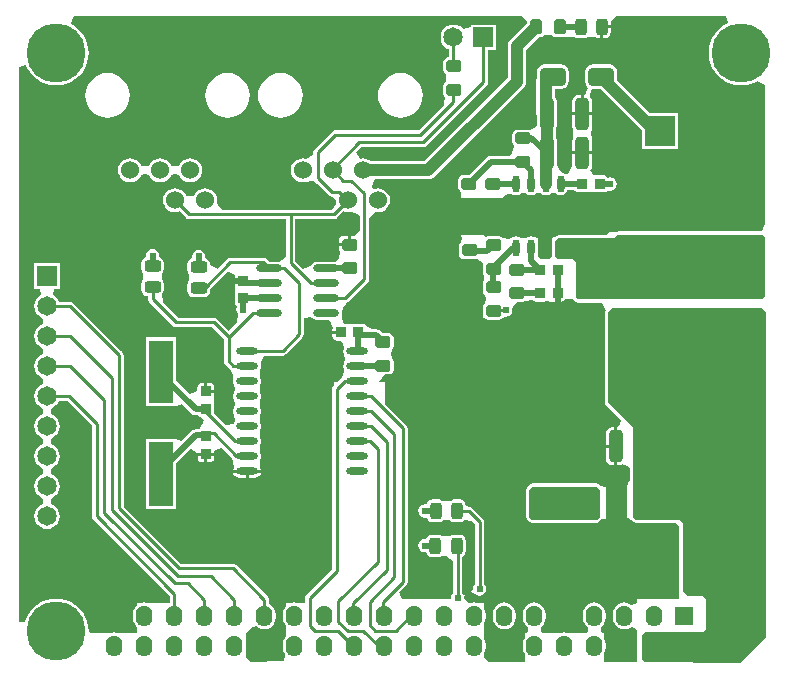
<source format=gtl>
G04*
G04 #@! TF.GenerationSoftware,Altium Limited,Altium Designer,18.0.12 (696)*
G04*
G04 Layer_Physical_Order=1*
G04 Layer_Color=255*
%FSLAX44Y44*%
%MOMM*%
G71*
G01*
G75*
%ADD12C,0.2540*%
G04:AMPARAMS|DCode=18|XSize=2.7mm|YSize=1.15mm|CornerRadius=0.2875mm|HoleSize=0mm|Usage=FLASHONLY|Rotation=0.000|XOffset=0mm|YOffset=0mm|HoleType=Round|Shape=RoundedRectangle|*
%AMROUNDEDRECTD18*
21,1,2.7000,0.5750,0,0,0.0*
21,1,2.1250,1.1500,0,0,0.0*
1,1,0.5750,1.0625,-0.2875*
1,1,0.5750,-1.0625,-0.2875*
1,1,0.5750,-1.0625,0.2875*
1,1,0.5750,1.0625,0.2875*
%
%ADD18ROUNDEDRECTD18*%
%ADD19R,3.5000X2.1500*%
%ADD20R,1.1000X2.1500*%
%ADD21R,1.1000X2.1500*%
%ADD22O,2.2000X0.6000*%
%ADD23O,1.8500X0.6000*%
G04:AMPARAMS|DCode=24|XSize=1.27mm|YSize=0.95mm|CornerRadius=0.1425mm|HoleSize=0mm|Usage=FLASHONLY|Rotation=0.000|XOffset=0mm|YOffset=0mm|HoleType=Round|Shape=RoundedRectangle|*
%AMROUNDEDRECTD24*
21,1,1.2700,0.6650,0,0,0.0*
21,1,0.9850,0.9500,0,0,0.0*
1,1,0.2850,0.4925,-0.3325*
1,1,0.2850,-0.4925,-0.3325*
1,1,0.2850,-0.4925,0.3325*
1,1,0.2850,0.4925,0.3325*
%
%ADD24ROUNDEDRECTD24*%
%ADD25R,2.0320X5.4610*%
%ADD26R,2.0320X5.3340*%
G04:AMPARAMS|DCode=27|XSize=1.4mm|YSize=1mm|CornerRadius=0.25mm|HoleSize=0mm|Usage=FLASHONLY|Rotation=270.000|XOffset=0mm|YOffset=0mm|HoleType=Round|Shape=RoundedRectangle|*
%AMROUNDEDRECTD27*
21,1,1.4000,0.5000,0,0,270.0*
21,1,0.9000,1.0000,0,0,270.0*
1,1,0.5000,-0.2500,-0.4500*
1,1,0.5000,-0.2500,0.4500*
1,1,0.5000,0.2500,0.4500*
1,1,0.5000,0.2500,-0.4500*
%
%ADD27ROUNDEDRECTD27*%
G04:AMPARAMS|DCode=28|XSize=1.4mm|YSize=1mm|CornerRadius=0.25mm|HoleSize=0mm|Usage=FLASHONLY|Rotation=180.000|XOffset=0mm|YOffset=0mm|HoleType=Round|Shape=RoundedRectangle|*
%AMROUNDEDRECTD28*
21,1,1.4000,0.5000,0,0,180.0*
21,1,0.9000,1.0000,0,0,180.0*
1,1,0.5000,-0.4500,0.2500*
1,1,0.5000,0.4500,0.2500*
1,1,0.5000,0.4500,-0.2500*
1,1,0.5000,-0.4500,-0.2500*
%
%ADD28ROUNDEDRECTD28*%
G04:AMPARAMS|DCode=29|XSize=12mm|YSize=4mm|CornerRadius=1mm|HoleSize=0mm|Usage=FLASHONLY|Rotation=0.000|XOffset=0mm|YOffset=0mm|HoleType=Round|Shape=RoundedRectangle|*
%AMROUNDEDRECTD29*
21,1,12.0000,2.0000,0,0,0.0*
21,1,10.0000,4.0000,0,0,0.0*
1,1,2.0000,5.0000,-1.0000*
1,1,2.0000,-5.0000,-1.0000*
1,1,2.0000,-5.0000,1.0000*
1,1,2.0000,5.0000,1.0000*
%
%ADD29ROUNDEDRECTD29*%
%ADD30R,12.0000X1.9050*%
%ADD31O,0.6000X1.4500*%
G04:AMPARAMS|DCode=32|XSize=2.2mm|YSize=1.55mm|CornerRadius=0.3875mm|HoleSize=0mm|Usage=FLASHONLY|Rotation=0.000|XOffset=0mm|YOffset=0mm|HoleType=Round|Shape=RoundedRectangle|*
%AMROUNDEDRECTD32*
21,1,2.2000,0.7750,0,0,0.0*
21,1,1.4250,1.5500,0,0,0.0*
1,1,0.7750,0.7125,-0.3875*
1,1,0.7750,-0.7125,-0.3875*
1,1,0.7750,-0.7125,0.3875*
1,1,0.7750,0.7125,0.3875*
%
%ADD32ROUNDEDRECTD32*%
G04:AMPARAMS|DCode=33|XSize=2.7mm|YSize=1.15mm|CornerRadius=0.2875mm|HoleSize=0mm|Usage=FLASHONLY|Rotation=270.000|XOffset=0mm|YOffset=0mm|HoleType=Round|Shape=RoundedRectangle|*
%AMROUNDEDRECTD33*
21,1,2.7000,0.5750,0,0,270.0*
21,1,2.1250,1.1500,0,0,270.0*
1,1,0.5750,-0.2875,-1.0625*
1,1,0.5750,-0.2875,1.0625*
1,1,0.5750,0.2875,1.0625*
1,1,0.5750,0.2875,-1.0625*
%
%ADD33ROUNDEDRECTD33*%
G04:AMPARAMS|DCode=34|XSize=0.9mm|YSize=0.9mm|CornerRadius=0.135mm|HoleSize=0mm|Usage=FLASHONLY|Rotation=90.000|XOffset=0mm|YOffset=0mm|HoleType=Round|Shape=RoundedRectangle|*
%AMROUNDEDRECTD34*
21,1,0.9000,0.6300,0,0,90.0*
21,1,0.6300,0.9000,0,0,90.0*
1,1,0.2700,0.3150,0.3150*
1,1,0.2700,0.3150,-0.3150*
1,1,0.2700,-0.3150,-0.3150*
1,1,0.2700,-0.3150,0.3150*
%
%ADD34ROUNDEDRECTD34*%
G04:AMPARAMS|DCode=35|XSize=0.9mm|YSize=0.9mm|CornerRadius=0.135mm|HoleSize=0mm|Usage=FLASHONLY|Rotation=180.000|XOffset=0mm|YOffset=0mm|HoleType=Round|Shape=RoundedRectangle|*
%AMROUNDEDRECTD35*
21,1,0.9000,0.6300,0,0,180.0*
21,1,0.6300,0.9000,0,0,180.0*
1,1,0.2700,-0.3150,0.3150*
1,1,0.2700,0.3150,0.3150*
1,1,0.2700,0.3150,-0.3150*
1,1,0.2700,-0.3150,-0.3150*
%
%ADD35ROUNDEDRECTD35*%
G04:AMPARAMS|DCode=36|XSize=1.27mm|YSize=0.95mm|CornerRadius=0.1425mm|HoleSize=0mm|Usage=FLASHONLY|Rotation=270.000|XOffset=0mm|YOffset=0mm|HoleType=Round|Shape=RoundedRectangle|*
%AMROUNDEDRECTD36*
21,1,1.2700,0.6650,0,0,270.0*
21,1,0.9850,0.9500,0,0,270.0*
1,1,0.2850,-0.3325,-0.4925*
1,1,0.2850,-0.3325,0.4925*
1,1,0.2850,0.3325,0.4925*
1,1,0.2850,0.3325,-0.4925*
%
%ADD36ROUNDEDRECTD36*%
G04:AMPARAMS|DCode=37|XSize=2.2mm|YSize=1.55mm|CornerRadius=0.3875mm|HoleSize=0mm|Usage=FLASHONLY|Rotation=90.000|XOffset=0mm|YOffset=0mm|HoleType=Round|Shape=RoundedRectangle|*
%AMROUNDEDRECTD37*
21,1,2.2000,0.7750,0,0,90.0*
21,1,1.4250,1.5500,0,0,90.0*
1,1,0.7750,0.3875,0.7125*
1,1,0.7750,0.3875,-0.7125*
1,1,0.7750,-0.3875,-0.7125*
1,1,0.7750,-0.3875,0.7125*
%
%ADD37ROUNDEDRECTD37*%
%ADD69C,0.5080*%
%ADD70C,1.0160*%
%ADD71C,1.5240*%
%ADD72R,2.5400X2.5400*%
%ADD73R,3.1000X2.4000*%
%ADD74O,1.3970X1.7780*%
%ADD75R,1.5000X1.5000*%
%ADD76R,1.6510X1.6510*%
%ADD77C,1.6510*%
%ADD78R,1.6510X1.6510*%
%ADD79C,5.0000*%
%ADD80C,1.2700*%
%ADD81C,0.6096*%
G36*
X860669Y807174D02*
X859558Y806714D01*
X855862Y804449D01*
X852566Y801634D01*
X849751Y798338D01*
X847486Y794641D01*
X845827Y790637D01*
X844815Y786422D01*
X844475Y782100D01*
X844815Y777778D01*
X845827Y773563D01*
X847486Y769558D01*
X849751Y765862D01*
X852566Y762566D01*
X855862Y759751D01*
X859558Y757486D01*
X863563Y755827D01*
X867778Y754815D01*
X872100Y754475D01*
X876422Y754815D01*
X880637Y755827D01*
X884641Y757486D01*
X885698Y758133D01*
X891940Y754932D01*
X892048Y754788D01*
Y636725D01*
X889762Y630732D01*
X767588D01*
X766597Y630535D01*
X765757Y629973D01*
X759714Y630043D01*
Y629920D01*
X757174Y627380D01*
X716538D01*
X715797Y627233D01*
X711708Y625377D01*
Y609600D01*
X709168Y607060D01*
X702818D01*
X700278Y609600D01*
Y625220D01*
X696353Y625957D01*
X696090Y626108D01*
X696090Y626109D01*
X693929Y626538D01*
X693928Y626539D01*
X691766Y626109D01*
X691554Y625967D01*
X691554D01*
X689657Y624884D01*
X685499D01*
X683602Y625967D01*
X683390Y626109D01*
X681228Y626539D01*
X679066Y626109D01*
X677234Y624884D01*
X675478Y624694D01*
X670595Y625164D01*
X670413Y625235D01*
X670216Y625530D01*
X668904Y626406D01*
X667357Y626714D01*
X657507D01*
X656040Y626422D01*
X654616Y627380D01*
X635047D01*
X635322Y624840D01*
X634954Y621442D01*
X634328Y621024D01*
X633452Y619712D01*
X633144Y618165D01*
Y611515D01*
X633452Y609968D01*
X634328Y608656D01*
X635640Y607780D01*
X637187Y607472D01*
X647037D01*
X648504Y607764D01*
X652502Y605073D01*
X652592Y604973D01*
X653541Y603056D01*
X653464Y602671D01*
Y596021D01*
X653772Y594474D01*
X654648Y592919D01*
Y589959D01*
X653772Y588404D01*
X653464Y586857D01*
Y580207D01*
X653772Y578660D01*
X654648Y577348D01*
X655275Y576930D01*
X655642Y573532D01*
X655275Y570134D01*
X654648Y569716D01*
X653772Y568404D01*
X653464Y566857D01*
Y560207D01*
X653772Y558660D01*
X654648Y557348D01*
X655960Y556472D01*
X657507Y556164D01*
X667357D01*
X668904Y556472D01*
X670216Y557348D01*
X671092Y558660D01*
X672667Y558346D01*
X672686Y558343D01*
X672686Y558343D01*
X674847Y558773D01*
X674866Y558776D01*
X674866Y558776D01*
X676715Y560011D01*
X677950Y561860D01*
X677950Y561860D01*
X677952Y561874D01*
X678383Y564040D01*
X678383Y564040D01*
X678380Y564057D01*
X678232Y564800D01*
X680755Y569405D01*
X682293Y571150D01*
X687169D01*
X688716Y571458D01*
X689391Y571909D01*
X695714Y572403D01*
X697000Y571544D01*
X698518Y571242D01*
X704359Y571242D01*
X704359Y571242D01*
X704818Y571242D01*
X706350Y571544D01*
X712646Y571414D01*
X713517Y571242D01*
X713518Y571242D01*
X713977Y571242D01*
X715398D01*
Y578358D01*
X717938D01*
Y571242D01*
X719818D01*
X721336Y571544D01*
X722623Y572403D01*
X723199Y573266D01*
X725968Y573851D01*
X729943Y573733D01*
X729943Y573733D01*
X732356Y571320D01*
X733196Y570758D01*
X734187Y570561D01*
X754514D01*
X757032Y565175D01*
X757221Y564211D01*
X756813Y563601D01*
X756616Y562610D01*
Y485902D01*
X756813Y484911D01*
X757375Y484071D01*
X770301Y471144D01*
X769436Y467875D01*
X767471Y464994D01*
X767068D01*
Y448848D01*
Y432702D01*
X768673D01*
X770786Y433122D01*
X771348Y433498D01*
X775769Y432053D01*
X777698Y430685D01*
Y420115D01*
X777515Y419629D01*
X777748Y419693D01*
X777364Y419228D01*
X775628Y414622D01*
X775208D01*
Y387810D01*
X776194Y387732D01*
X780803Y385205D01*
X780997Y385011D01*
X781837Y384449D01*
X782578Y384302D01*
X817118D01*
X819658Y381762D01*
Y364647D01*
Y319532D01*
X784098D01*
Y316971D01*
X782370Y315730D01*
X779018Y314736D01*
X777980Y315533D01*
X775663Y316493D01*
X773176Y316820D01*
X770689Y316493D01*
X768372Y315533D01*
X766383Y314006D01*
X764856Y312017D01*
X763896Y309699D01*
X763569Y307213D01*
Y303403D01*
X763896Y300917D01*
X764856Y298599D01*
X766383Y296610D01*
X768372Y295083D01*
X770689Y294123D01*
X773176Y293796D01*
X775663Y294123D01*
X777980Y295083D01*
X779018Y295880D01*
X782370Y294886D01*
X784098Y293645D01*
Y265858D01*
X755904D01*
Y272949D01*
X756096Y273199D01*
X757056Y275516D01*
X757383Y278003D01*
Y281813D01*
X757056Y284300D01*
X756096Y286617D01*
X755904Y286867D01*
Y290576D01*
X754710D01*
X753641Y292838D01*
X753326Y295656D01*
X754569Y296610D01*
X756096Y298599D01*
X757056Y300917D01*
X757383Y303403D01*
Y307213D01*
X757056Y309699D01*
X756096Y312017D01*
X754569Y314006D01*
X752580Y315533D01*
X750263Y316493D01*
X747776Y316820D01*
X745290Y316493D01*
X742972Y315533D01*
X740983Y314006D01*
X739456Y312017D01*
X738496Y309699D01*
X738169Y307213D01*
Y303403D01*
X738496Y300917D01*
X739456Y298599D01*
X740983Y296610D01*
X742225Y295656D01*
X741911Y292838D01*
X740842Y290576D01*
X726110D01*
X724863Y291093D01*
X722376Y291420D01*
X719890Y291093D01*
X718642Y290576D01*
X703910D01*
X702841Y292838D01*
X702526Y295656D01*
X703769Y296610D01*
X705296Y298599D01*
X706256Y300917D01*
X706583Y303403D01*
Y307213D01*
X706256Y309699D01*
X705296Y312017D01*
X703769Y314006D01*
X701780Y315533D01*
X699463Y316493D01*
X696976Y316820D01*
X694490Y316493D01*
X692172Y315533D01*
X690183Y314006D01*
X688656Y312017D01*
X687696Y309699D01*
X687369Y307213D01*
Y303403D01*
X687696Y300917D01*
X688656Y298599D01*
X690183Y296610D01*
X691425Y295656D01*
X691111Y292838D01*
X690042Y290576D01*
X688848D01*
Y286867D01*
X688656Y286617D01*
X687696Y284300D01*
X687369Y281813D01*
Y278003D01*
X687696Y275516D01*
X688656Y273199D01*
X688848Y272949D01*
Y265938D01*
X658154Y265867D01*
X654558Y269455D01*
Y273349D01*
X655456Y275516D01*
X655783Y278003D01*
Y281813D01*
X655456Y284300D01*
X654558Y286467D01*
Y298749D01*
X655456Y300917D01*
X655783Y303403D01*
Y307213D01*
X655456Y309699D01*
X654558Y311867D01*
Y316230D01*
X649297D01*
X648662Y316493D01*
X646176Y316820D01*
X643689Y316493D01*
X643055Y316230D01*
X641525D01*
X641057Y316490D01*
X637649Y320802D01*
X637588Y321109D01*
X638547Y322666D01*
X637256Y322781D01*
X637216Y322982D01*
X635981Y324831D01*
X635837Y324927D01*
Y355459D01*
X637180Y356356D01*
X638294Y358023D01*
X638685Y359990D01*
Y368990D01*
X638294Y370956D01*
X637180Y372624D01*
X635513Y373738D01*
X633546Y374129D01*
X628546D01*
X626580Y373738D01*
X625827Y373235D01*
X624343Y372624D01*
X619749D01*
X618265Y373235D01*
X617513Y373738D01*
X615546Y374129D01*
X610546D01*
X608579Y373738D01*
X606912Y372624D01*
X605798Y370956D01*
X604266Y370442D01*
X604266D01*
X604266Y370441D01*
X602086Y370008D01*
X600237Y368773D01*
X599002Y366924D01*
X599002Y366924D01*
X598999Y366907D01*
X598568Y364744D01*
X599002Y362564D01*
X600237Y360715D01*
X602086Y359480D01*
X604266Y359047D01*
X605544Y359301D01*
X605798Y358023D01*
X606912Y356356D01*
X608579Y355242D01*
X610546Y354851D01*
X615546D01*
X617513Y355242D01*
X618265Y355745D01*
X619749Y356356D01*
X622301D01*
X628067Y351549D01*
Y324927D01*
X627923Y324831D01*
X626688Y322982D01*
X626255Y320802D01*
X625212Y319532D01*
X585036D01*
X582606Y325399D01*
X588471Y331263D01*
X589313Y332523D01*
X589609Y334010D01*
Y464058D01*
X589313Y465545D01*
X588471Y466805D01*
X570230Y485046D01*
Y503174D01*
X565512D01*
X565463Y503332D01*
X570125Y509682D01*
X573885D01*
X575432Y509990D01*
X576744Y510866D01*
X577620Y512178D01*
X577928Y513725D01*
Y520375D01*
X577620Y521922D01*
X576744Y523234D01*
X576118Y523652D01*
X575750Y527050D01*
X576118Y530448D01*
X576744Y530866D01*
X577620Y532178D01*
X577928Y533725D01*
Y540375D01*
X577620Y541922D01*
X576744Y543234D01*
X575432Y544110D01*
X573885Y544418D01*
X568917D01*
X566875Y546460D01*
X565194Y547583D01*
X563212Y547977D01*
X562122D01*
X561996Y548062D01*
X559816Y548495D01*
X555743Y549728D01*
X553966Y551292D01*
X552680Y552152D01*
X551162Y552454D01*
X545321D01*
X544862Y552454D01*
X544861Y552454D01*
X543330Y552152D01*
X537694D01*
X536196Y552448D01*
X535044Y553993D01*
X533791Y557632D01*
X533762Y559580D01*
X533762Y559580D01*
X534131Y561434D01*
X534779Y566421D01*
X534890Y566631D01*
X537249Y569353D01*
X537855Y569934D01*
X539543Y571387D01*
X540679Y572523D01*
X555713Y587557D01*
X556555Y588817D01*
X556851Y590304D01*
Y642335D01*
X559101Y644564D01*
X563201Y646990D01*
X564396Y646832D01*
X567048Y647181D01*
X569520Y648205D01*
X571642Y649834D01*
X573271Y651956D01*
X574295Y654428D01*
X574644Y657080D01*
X574295Y659732D01*
X573271Y662204D01*
X571642Y664326D01*
X569520Y665955D01*
X567048Y666979D01*
X564396Y667328D01*
X561744Y666979D01*
X561349Y666815D01*
X559641Y668130D01*
X559444Y668513D01*
X559382Y668879D01*
X561016Y673678D01*
X562073Y674794D01*
X607042D01*
X609031Y675056D01*
X610885Y675824D01*
X612477Y677045D01*
X687679Y752247D01*
X688900Y753839D01*
X689668Y755693D01*
X689799Y756687D01*
X689930Y757682D01*
X689930Y757682D01*
Y784564D01*
X700562Y795196D01*
X701985D01*
X703532Y795504D01*
X704844Y796380D01*
X705262Y797007D01*
X708660Y797374D01*
X712058Y797007D01*
X712476Y796380D01*
X713788Y795504D01*
X715335Y795196D01*
X721985D01*
X723532Y795504D01*
X729518Y795762D01*
X730987Y795015D01*
X731516Y794662D01*
X733482Y794271D01*
X738482D01*
X740449Y794662D01*
X741201Y795165D01*
X742685Y795776D01*
X747279D01*
X748763Y795165D01*
X749516Y794662D01*
X751482Y794271D01*
X752712D01*
Y803910D01*
X753982D01*
Y805180D01*
X761621D01*
Y808410D01*
X765876Y812998D01*
X766608Y813411D01*
X859402Y813523D01*
X860669Y807174D01*
D02*
G37*
G36*
X686583Y813102D02*
X687507Y812314D01*
X690297Y808888D01*
X690596Y806969D01*
X676809Y793183D01*
X675588Y791591D01*
X674820Y789737D01*
X674558Y787748D01*
Y760866D01*
X603858Y690166D01*
X558369D01*
X556820Y691355D01*
X554348Y692378D01*
X551696Y692728D01*
X549044Y692378D01*
X545574Y697815D01*
X549995Y702235D01*
X602742D01*
X604229Y702531D01*
X605489Y703373D01*
X656543Y754427D01*
X657385Y755687D01*
X657681Y757174D01*
Y784225D01*
X664591D01*
Y805815D01*
X643001D01*
Y803815D01*
X636651Y801995D01*
X636095Y802719D01*
X633840Y804449D01*
X631214Y805537D01*
X628396Y805908D01*
X625578Y805537D01*
X622952Y804449D01*
X620697Y802719D01*
X618967Y800464D01*
X617879Y797838D01*
X617508Y795020D01*
X617879Y792202D01*
X618967Y789576D01*
X620697Y787321D01*
X622952Y785591D01*
X624511Y784945D01*
Y778098D01*
X623979D01*
X622432Y777790D01*
X621120Y776914D01*
X620244Y775602D01*
X619936Y774055D01*
Y767405D01*
X620244Y765858D01*
X621120Y764546D01*
X621746Y764128D01*
X622114Y760730D01*
X621746Y757332D01*
X621120Y756914D01*
X620244Y755602D01*
X619936Y754055D01*
Y747405D01*
X620244Y745858D01*
X621120Y744546D01*
X620579Y738351D01*
X620438Y737946D01*
X598847Y716355D01*
X528066D01*
X526579Y716059D01*
X525319Y715217D01*
X510841Y700739D01*
X509999Y699479D01*
X509703Y697992D01*
Y696441D01*
X509110Y695622D01*
X503573Y692393D01*
X503353Y692404D01*
X500896Y692728D01*
X498244Y692378D01*
X495772Y691355D01*
X493650Y689726D01*
X492021Y687604D01*
X490998Y685132D01*
X490648Y682480D01*
X490998Y679828D01*
X492021Y677356D01*
X493650Y675234D01*
X495772Y673605D01*
X498244Y672581D01*
X500896Y672232D01*
X503548Y672581D01*
X504163Y672836D01*
X506550Y673583D01*
X510349Y673422D01*
X512986Y671256D01*
X522779Y661463D01*
X524039Y660621D01*
X525526Y660325D01*
X528748Y657080D01*
X529098Y654428D01*
X529366Y653780D01*
X525458Y649045D01*
X432352D01*
X428946Y653249D01*
X428118Y655395D01*
X428340Y657080D01*
X427990Y659732D01*
X426967Y662204D01*
X425338Y664326D01*
X423216Y665955D01*
X420744Y666979D01*
X418092Y667328D01*
X415440Y666979D01*
X412968Y665955D01*
X410846Y664326D01*
X409217Y662204D01*
X408683Y660913D01*
X405873Y660369D01*
X404911D01*
X402101Y660913D01*
X401567Y662204D01*
X399938Y664326D01*
X397816Y665955D01*
X395344Y666979D01*
X392692Y667328D01*
X390040Y666979D01*
X387568Y665955D01*
X385446Y664326D01*
X383817Y662204D01*
X382794Y659732D01*
X382444Y657080D01*
X382794Y654428D01*
X383817Y651956D01*
X385446Y649834D01*
X387568Y648205D01*
X390040Y647181D01*
X392692Y646832D01*
X395344Y647181D01*
X396584Y647695D01*
X401865Y642413D01*
X403125Y641571D01*
X404612Y641275D01*
X486589D01*
Y609753D01*
X485643Y608554D01*
X480482Y605182D01*
X472327D01*
X470243Y607267D01*
X468983Y608109D01*
X467496Y608405D01*
X439420D01*
X437933Y608109D01*
X436673Y607267D01*
X428739Y599333D01*
X422389Y601963D01*
Y603320D01*
X421998Y605286D01*
X420884Y606954D01*
X419216Y608068D01*
X418184Y608273D01*
X418447Y609600D01*
X418014Y611780D01*
X416779Y613629D01*
X414930Y614864D01*
X412750Y615298D01*
X410570Y614864D01*
X408721Y613629D01*
X407486Y611780D01*
X407052Y609600D01*
X407317Y608273D01*
X406283Y608068D01*
X404616Y606954D01*
X403502Y605286D01*
X403111Y603320D01*
Y598320D01*
X403502Y596353D01*
X404005Y595601D01*
X404616Y594117D01*
Y589523D01*
X404005Y588039D01*
X403502Y587286D01*
X403111Y585320D01*
Y580320D01*
X403502Y578354D01*
X404616Y576686D01*
X406283Y575572D01*
X408250Y575181D01*
X417250D01*
X419216Y575572D01*
X420884Y576686D01*
X421998Y578354D01*
X422389Y580320D01*
Y581995D01*
X436660Y596266D01*
X437751Y596512D01*
X438301Y596345D01*
X443782Y593828D01*
X443480Y592310D01*
Y590430D01*
X450596D01*
Y587890D01*
X443480D01*
Y586469D01*
X443480Y586010D01*
X443480Y586009D01*
X443782Y584478D01*
Y578842D01*
X443480Y577311D01*
X443480Y577310D01*
X443480Y576851D01*
Y571010D01*
X443782Y569492D01*
X444641Y568205D01*
X445078Y566822D01*
X444645Y564642D01*
X445074Y562481D01*
X445078Y562462D01*
X445078Y562462D01*
X446313Y560613D01*
Y560613D01*
X445552Y553916D01*
X438150Y546514D01*
X428197Y556467D01*
X426937Y557309D01*
X425450Y557605D01*
X395309D01*
X382220Y570694D01*
X382146Y570891D01*
X381767Y577448D01*
X382881Y579115D01*
X383272Y581081D01*
Y586081D01*
X382881Y588048D01*
X382378Y588800D01*
X381767Y590285D01*
Y594878D01*
X382378Y596362D01*
X382881Y597115D01*
X383272Y599081D01*
Y604081D01*
X382881Y606048D01*
X381767Y607715D01*
X380100Y608829D01*
X379067Y609034D01*
X379331Y610361D01*
X378897Y612542D01*
X377662Y614390D01*
X375813Y615625D01*
X373633Y616059D01*
X371453Y615625D01*
X369604Y614390D01*
X368369Y612542D01*
X367936Y610361D01*
X368200Y609034D01*
X367167Y608829D01*
X365500Y607715D01*
X364386Y606048D01*
X363994Y604081D01*
Y599081D01*
X364386Y597115D01*
X364888Y596362D01*
X365499Y594878D01*
Y590285D01*
X364888Y588800D01*
X364386Y588048D01*
X363994Y586081D01*
Y581081D01*
X364386Y579115D01*
X365500Y577448D01*
X367167Y576334D01*
X369133Y575942D01*
X369748D01*
Y573787D01*
X370044Y572300D01*
X370886Y571040D01*
X390953Y550973D01*
X392213Y550131D01*
X393700Y549835D01*
X423841D01*
X434265Y539411D01*
Y520700D01*
X434561Y519213D01*
X435403Y517953D01*
X439147Y514210D01*
X439147Y514210D01*
X437171Y516185D01*
X439272Y513950D01*
X441419Y509512D01*
X439339Y513879D01*
X439339Y513879D01*
X441575Y509193D01*
X441578Y509183D01*
X441419Y509512D01*
X441581Y509171D01*
X441589Y509144D01*
X441731Y503936D01*
X442161Y501774D01*
Y501774D01*
X442313Y501511D01*
X443050Y497586D01*
X442313Y493661D01*
X442161Y493398D01*
X441731Y491236D01*
X442161Y489074D01*
X442313Y488811D01*
X443050Y484886D01*
X442313Y480961D01*
X442161Y480698D01*
X441731Y478536D01*
X442161Y476374D01*
X442313Y476111D01*
X443386Y470396D01*
Y470128D01*
X442452Y468503D01*
X441411Y467825D01*
X435619Y466495D01*
X425562Y476551D01*
X425708Y477284D01*
X425708Y483125D01*
X425708Y483125D01*
X425708Y483584D01*
X425406Y485116D01*
X425536Y491412D01*
X425708Y492283D01*
X425708Y492284D01*
X425708Y492743D01*
Y494164D01*
X418592D01*
Y495434D01*
X417322D01*
Y502550D01*
X415442D01*
X413924Y502248D01*
X412637Y501389D01*
X411778Y500102D01*
X411476Y498584D01*
Y495353D01*
X405126Y492723D01*
X393192Y504657D01*
Y541020D01*
X367792D01*
Y482600D01*
X393192D01*
Y482600D01*
X398430Y484770D01*
X406572Y476628D01*
X408252Y475505D01*
X410234Y475111D01*
X412216D01*
X412637Y474479D01*
X413924Y473620D01*
X414696Y473466D01*
X416204Y472032D01*
X416935Y470800D01*
X416481Y468475D01*
X414178Y464148D01*
X413088Y463419D01*
X410234D01*
X408252Y463025D01*
X406572Y461903D01*
X397981Y453312D01*
X393192Y455295D01*
Y455295D01*
X367792D01*
Y395605D01*
X393192D01*
Y433873D01*
X405591Y446272D01*
X406366Y446173D01*
X411391Y443604D01*
X418846D01*
X425962D01*
Y444754D01*
X427675Y446113D01*
X431996Y447701D01*
X440651Y439045D01*
X442090Y435529D01*
X442103Y435435D01*
X442298Y430548D01*
X442161Y429898D01*
X441984Y429006D01*
X453630D01*
X465276D01*
X465099Y429897D01*
X465099Y429898D01*
X465098Y429898D01*
X464947Y430161D01*
X464210Y434086D01*
X464947Y438011D01*
X465099Y438274D01*
X465529Y440436D01*
X465099Y442598D01*
X464947Y442861D01*
X464210Y446786D01*
X464947Y450711D01*
X465099Y450974D01*
X465529Y453136D01*
X465099Y455298D01*
X464947Y455561D01*
X464210Y459486D01*
X464947Y463411D01*
X465099Y463674D01*
X465529Y465836D01*
X465099Y467998D01*
X464947Y468261D01*
X464210Y472186D01*
X464947Y476111D01*
X465099Y476374D01*
X465529Y478536D01*
X465099Y480698D01*
X464947Y480961D01*
X464210Y484886D01*
X464947Y488811D01*
X465099Y489074D01*
X465529Y491236D01*
X465099Y493398D01*
X464947Y493661D01*
X464210Y497586D01*
X464947Y501511D01*
X465099Y501774D01*
X465529Y503936D01*
X465099Y506098D01*
X464947Y506361D01*
X464210Y510286D01*
X464947Y514211D01*
X465098Y514474D01*
X465099Y514474D01*
X465528Y516635D01*
X465529Y516636D01*
X465099Y518798D01*
X465094Y518804D01*
X465093Y520369D01*
X467754Y525705D01*
X483870D01*
X485357Y526001D01*
X486617Y526843D01*
X500587Y540813D01*
X501429Y542073D01*
X501725Y543560D01*
Y557002D01*
X501901Y557074D01*
X508075Y558058D01*
X508488Y557440D01*
X510320Y556215D01*
X512482Y555785D01*
X523004D01*
X523512Y555222D01*
X525929Y550527D01*
X526084Y549436D01*
X525896Y548488D01*
Y546608D01*
X533012D01*
Y544068D01*
X525896D01*
Y542188D01*
X526198Y540670D01*
X527057Y539384D01*
X528344Y538524D01*
X529862Y538222D01*
X533099D01*
X534115Y536908D01*
X535467Y533117D01*
X535540Y530888D01*
X535231Y529336D01*
X535232Y529335D01*
X535661Y527174D01*
X535662Y527174D01*
X535813Y526911D01*
X536550Y522986D01*
X535813Y519061D01*
X535662Y518798D01*
X535661Y518798D01*
X535232Y516637D01*
X535231Y516636D01*
X535661Y514474D01*
Y514474D01*
X535669Y514442D01*
X535672Y512814D01*
X535211Y509552D01*
X533848Y507035D01*
X533701Y506937D01*
X529938Y503174D01*
X527304D01*
Y500540D01*
X526843Y500079D01*
X526001Y498819D01*
X525705Y497332D01*
Y345017D01*
X503983Y323295D01*
X503141Y322035D01*
X502845Y320548D01*
Y319532D01*
Y316230D01*
X496897D01*
X496263Y316493D01*
X493776Y316820D01*
X491289Y316493D01*
X490655Y316230D01*
X486410D01*
Y313260D01*
X485456Y312017D01*
X484496Y309699D01*
X484169Y307213D01*
Y303403D01*
X484496Y300917D01*
X485456Y298599D01*
X486410Y297356D01*
Y287860D01*
X485456Y286617D01*
X484496Y284300D01*
X484169Y281813D01*
Y278003D01*
X484496Y275516D01*
X485456Y273199D01*
X485969Y272531D01*
X484887Y267416D01*
X456528Y266556D01*
X452882Y270094D01*
Y290068D01*
X456603Y294754D01*
X461583Y296610D01*
X463572Y295083D01*
X465890Y294123D01*
X468376Y293796D01*
X470863Y294123D01*
X473180Y295083D01*
X475169Y296610D01*
X476696Y298599D01*
X477656Y300917D01*
X477983Y303403D01*
Y307213D01*
X477656Y309699D01*
X476696Y312017D01*
X475169Y314006D01*
X473180Y315533D01*
X472261Y315914D01*
Y319024D01*
X471965Y320511D01*
X471565Y321109D01*
X471123Y321771D01*
X444707Y348187D01*
X443447Y349029D01*
X441960Y349325D01*
X397849D01*
X349325Y397849D01*
Y525780D01*
X349029Y527267D01*
X348187Y528527D01*
X347980Y528734D01*
Y529547D01*
X347325Y529389D01*
X306531Y570183D01*
X305271Y571025D01*
X303784Y571321D01*
X294301D01*
X293655Y572880D01*
X291925Y575135D01*
X289670Y576865D01*
X289439Y576961D01*
X290450Y582041D01*
X295021D01*
Y603631D01*
X273431D01*
Y582041D01*
X278002D01*
X279013Y576961D01*
X278782Y576865D01*
X276527Y575135D01*
X274797Y572880D01*
X273709Y570254D01*
X273338Y567436D01*
X273709Y564618D01*
X274797Y561992D01*
X276527Y559737D01*
X278782Y558007D01*
X280345Y557359D01*
X280617Y556130D01*
Y553342D01*
X280345Y552113D01*
X278782Y551465D01*
X276527Y549735D01*
X274797Y547480D01*
X273709Y544854D01*
X273338Y542036D01*
X273709Y539218D01*
X274797Y536592D01*
X276527Y534337D01*
X278782Y532607D01*
X280345Y531959D01*
X280617Y530730D01*
Y527942D01*
X280345Y526713D01*
X278782Y526065D01*
X276527Y524335D01*
X274797Y522080D01*
X273709Y519454D01*
X273338Y516636D01*
X273709Y513818D01*
X274797Y511192D01*
X276527Y508937D01*
X278782Y507207D01*
X280345Y506559D01*
X280617Y505330D01*
Y502542D01*
X280345Y501313D01*
X278782Y500665D01*
X276527Y498935D01*
X274797Y496680D01*
X273709Y494054D01*
X273338Y491236D01*
X273709Y488418D01*
X274797Y485792D01*
X276527Y483537D01*
X278782Y481807D01*
X280345Y481159D01*
X280617Y479930D01*
Y477142D01*
X280345Y475913D01*
X278782Y475265D01*
X276527Y473535D01*
X274797Y471280D01*
X273709Y468654D01*
X273338Y465836D01*
X273709Y463018D01*
X274797Y460392D01*
X276527Y458137D01*
X278782Y456407D01*
X280345Y455759D01*
X280617Y454530D01*
Y451742D01*
X280345Y450513D01*
X278782Y449865D01*
X276527Y448135D01*
X274797Y445880D01*
X273709Y443254D01*
X273338Y440436D01*
X273709Y437618D01*
X274797Y434992D01*
X276527Y432737D01*
X278782Y431007D01*
X280345Y430359D01*
X280617Y429130D01*
Y426342D01*
X280345Y425113D01*
X278782Y424465D01*
X276527Y422735D01*
X274797Y420480D01*
X273709Y417854D01*
X273338Y415036D01*
X273709Y412218D01*
X274797Y409592D01*
X276527Y407337D01*
X278782Y405607D01*
X280345Y404959D01*
X280617Y403730D01*
Y400942D01*
X280345Y399713D01*
X278782Y399065D01*
X276527Y397335D01*
X274797Y395080D01*
X273709Y392454D01*
X273338Y389636D01*
X273709Y386818D01*
X274797Y384192D01*
X276527Y381937D01*
X278782Y380207D01*
X281408Y379119D01*
X284226Y378748D01*
X287044Y379119D01*
X289670Y380207D01*
X291925Y381937D01*
X293655Y384192D01*
X294743Y386818D01*
X295114Y389636D01*
X294743Y392454D01*
X293655Y395080D01*
X291925Y397335D01*
X289670Y399065D01*
X288107Y399713D01*
X287835Y400942D01*
Y403730D01*
X288107Y404959D01*
X289670Y405607D01*
X291925Y407337D01*
X293655Y409592D01*
X294743Y412218D01*
X295114Y415036D01*
X294743Y417854D01*
X293655Y420480D01*
X291925Y422735D01*
X289670Y424465D01*
X288107Y425113D01*
X287835Y426342D01*
Y429130D01*
X288107Y430359D01*
X289670Y431007D01*
X291925Y432737D01*
X293655Y434992D01*
X294743Y437618D01*
X295114Y440436D01*
X294743Y443254D01*
X293655Y445880D01*
X291925Y448135D01*
X289670Y449865D01*
X288107Y450513D01*
X287835Y451742D01*
Y454530D01*
X288107Y455759D01*
X289670Y456407D01*
X291925Y458137D01*
X293655Y460392D01*
X294743Y463018D01*
X295114Y465836D01*
X294743Y468654D01*
X293655Y471280D01*
X291925Y473535D01*
X289670Y475265D01*
X288107Y475913D01*
X287835Y477142D01*
Y479930D01*
X288107Y481159D01*
X289670Y481807D01*
X291925Y483537D01*
X293655Y485792D01*
X294301Y487351D01*
X301667D01*
X322505Y466513D01*
Y389890D01*
X322801Y388403D01*
X323643Y387143D01*
X388291Y322495D01*
Y316230D01*
X369897D01*
X369263Y316493D01*
X366776Y316820D01*
X364290Y316493D01*
X363655Y316230D01*
X360680D01*
Y314541D01*
X359983Y314006D01*
X358456Y312017D01*
X357496Y309699D01*
X357169Y307213D01*
Y303403D01*
X357496Y300917D01*
X358456Y298599D01*
X359983Y296610D01*
X360680Y296075D01*
Y290576D01*
X345110D01*
X343862Y291093D01*
X341376Y291420D01*
X338890Y291093D01*
X337642Y290576D01*
X321134D01*
X319725Y292100D01*
X319385Y296422D01*
X318373Y300637D01*
X316714Y304642D01*
X314449Y308338D01*
X311634Y311634D01*
X308338Y314449D01*
X304642Y316714D01*
X300637Y318373D01*
X296422Y319385D01*
X292100Y319725D01*
X287778Y319385D01*
X283563Y318373D01*
X279558Y316714D01*
X275862Y314449D01*
X272566Y311634D01*
X269751Y308338D01*
X267486Y304642D01*
X265827Y300637D01*
X265607Y299720D01*
X260415D01*
Y619138D01*
Y770036D01*
X266765Y771299D01*
X267486Y769558D01*
X269751Y765862D01*
X272566Y762566D01*
X275862Y759751D01*
X279558Y757486D01*
X283563Y755827D01*
X287778Y754815D01*
X292100Y754475D01*
X296422Y754815D01*
X300637Y755827D01*
X304642Y757486D01*
X308338Y759751D01*
X311634Y762566D01*
X314449Y765862D01*
X316714Y769558D01*
X318373Y773563D01*
X319385Y777778D01*
X319725Y782100D01*
X319385Y786422D01*
X318373Y790637D01*
X316714Y794641D01*
X314449Y798338D01*
X311634Y801634D01*
X308338Y804449D01*
X304985Y806504D01*
X304820Y807165D01*
X307018Y812856D01*
X686151Y813314D01*
X686583Y813102D01*
D02*
G37*
G36*
X536344Y647181D02*
X538996Y646832D01*
X541648Y647181D01*
X542731Y647630D01*
X546986Y645781D01*
X549081Y644008D01*
Y632314D01*
X545437Y626968D01*
X541782D01*
Y619600D01*
X540512D01*
Y618330D01*
X531544D01*
Y616275D01*
X531852Y614728D01*
X532728Y613416D01*
X531172Y607451D01*
X528482Y605182D01*
X512482D01*
X510320Y604753D01*
X508488Y603528D01*
X507263Y601696D01*
X501437Y599232D01*
X500784Y599195D01*
X494359Y605621D01*
Y641275D01*
X527076D01*
X528563Y641571D01*
X529823Y642413D01*
X535104Y647695D01*
X536344Y647181D01*
D02*
G37*
G36*
X892175Y625729D02*
X892175Y575564D01*
X889762Y573151D01*
X734187D01*
X731774Y575564D01*
Y604520D01*
X729234Y607060D01*
X716788D01*
X714248Y609600D01*
Y622300D01*
X716788Y624840D01*
X764286D01*
X767588Y628142D01*
X889762D01*
X892175Y625729D01*
D02*
G37*
G36*
X893318Y562610D02*
X893318Y287020D01*
X871840Y265542D01*
X790702Y265938D01*
X788162Y268478D01*
X788162Y289306D01*
X790702Y291846D01*
X839851D01*
X842391Y294386D01*
Y319786D01*
X840105Y322072D01*
X826516D01*
X822452Y326136D01*
Y357886D01*
Y371602D01*
Y384302D01*
X819912Y386842D01*
X782828D01*
X780288Y389382D01*
Y412242D01*
Y464820D01*
X759206Y485902D01*
Y562610D01*
X762508Y565912D01*
X890016D01*
X893318Y562610D01*
D02*
G37*
%LPC*%
G36*
X761621Y802640D02*
X755252D01*
Y794271D01*
X756482D01*
X758448Y794662D01*
X760116Y795776D01*
X761230Y797443D01*
X761621Y799410D01*
Y802640D01*
D02*
G37*
G36*
X736104Y746620D02*
X734499D01*
X732386Y746200D01*
X730595Y745003D01*
X729398Y743212D01*
X728978Y741099D01*
Y731744D01*
X736104D01*
Y746620D01*
D02*
G37*
G36*
X719669Y772162D02*
X705419D01*
X702916Y771664D01*
X700794Y770246D01*
X699376Y768124D01*
X698878Y765621D01*
Y760427D01*
X698672Y758862D01*
Y730474D01*
X698934Y728485D01*
X698978Y728379D01*
Y720508D01*
X698944Y720439D01*
X696840Y718701D01*
X693128Y716709D01*
X692249Y716884D01*
X682399D01*
X680852Y716576D01*
X679540Y715700D01*
X678664Y714388D01*
X678356Y712841D01*
Y706191D01*
X678664Y704644D01*
X679540Y703332D01*
X678033Y697357D01*
X676345Y694949D01*
X660560D01*
X658578Y694555D01*
X656898Y693432D01*
X641995Y678530D01*
X636679D01*
X635132Y678222D01*
X633820Y677346D01*
X632944Y676034D01*
X632636Y674487D01*
Y667837D01*
X632944Y666290D01*
X633820Y664978D01*
X634446Y664560D01*
X634814Y661162D01*
X634594Y659130D01*
X670776D01*
X671756Y661279D01*
X677234Y662896D01*
X679066Y661671D01*
X681228Y661242D01*
X683390Y661671D01*
X683602Y661813D01*
X685499Y662896D01*
X689657D01*
X691554Y661813D01*
X691766Y661671D01*
X693928Y661242D01*
X696090Y661671D01*
X696302Y661813D01*
X698199Y662896D01*
X702357D01*
X704254Y661813D01*
X704466Y661671D01*
X706628Y661242D01*
X708790Y661671D01*
X709002Y661813D01*
X710899Y662896D01*
X715057D01*
X716954Y661813D01*
X717166Y661671D01*
X719328Y661242D01*
X721490Y661671D01*
X723322Y662896D01*
X724547Y664728D01*
X724814Y666070D01*
X730888D01*
X731527Y665114D01*
X732814Y664254D01*
X734332Y663952D01*
X740173D01*
X740632Y663952D01*
X740633Y663952D01*
X741504Y664124D01*
X747800Y664254D01*
X749332Y663952D01*
X749791Y663952D01*
X749791Y663952D01*
X755632Y663952D01*
X757150Y664254D01*
X758437Y665114D01*
X758804Y665550D01*
X758804Y665550D01*
X760965Y665120D01*
X760984Y665117D01*
X760984Y665117D01*
X763145Y665546D01*
X763164Y665550D01*
X763164Y665550D01*
X765013Y666785D01*
X765013Y666785D01*
X765022Y666799D01*
X766248Y668634D01*
X766248Y668634D01*
X766251Y668651D01*
X766678Y670795D01*
X766682Y670814D01*
Y670814D01*
X766682Y670814D01*
X766678Y670833D01*
X766248Y672994D01*
X765013Y674843D01*
X763164Y676078D01*
X763164Y676078D01*
X763145Y676081D01*
X760984Y676512D01*
X759037Y676124D01*
X758437Y677022D01*
X757150Y677882D01*
X755632Y678184D01*
X749791D01*
X749332Y678184D01*
X749331Y678184D01*
X747812Y677885D01*
X744336Y682673D01*
X744472Y683402D01*
X745350Y684716D01*
X745770Y686829D01*
Y696184D01*
X737374D01*
X728978D01*
Y686829D01*
X729069Y686369D01*
X726299Y680772D01*
X725606Y679891D01*
X725185Y679579D01*
X723322Y679384D01*
X721490Y680609D01*
X720388Y680828D01*
X718582Y682222D01*
X715748Y686716D01*
X715770Y686829D01*
Y708079D01*
X715350Y710192D01*
X715060Y710626D01*
Y717302D01*
X715350Y717737D01*
X715770Y719849D01*
Y741099D01*
X715350Y743212D01*
X714153Y745003D01*
X714044Y745076D01*
Y751330D01*
X719669D01*
X722172Y751828D01*
X724294Y753246D01*
X725712Y755368D01*
X726210Y757871D01*
Y765621D01*
X725712Y768124D01*
X724294Y770246D01*
X722172Y771664D01*
X719669Y772162D01*
D02*
G37*
G36*
X760669D02*
X746419D01*
X743916Y771664D01*
X741794Y770246D01*
X740376Y768124D01*
X739878Y765621D01*
Y757871D01*
X740376Y755368D01*
X741794Y753246D01*
X742363Y752095D01*
X739566Y746620D01*
X738644D01*
Y731744D01*
X745770D01*
Y741099D01*
X745350Y743212D01*
X744153Y745003D01*
X743746Y746013D01*
X745826Y751033D01*
X746419Y751330D01*
X748339Y751330D01*
X753090D01*
X787908Y716513D01*
Y700642D01*
X818388D01*
Y731122D01*
X795038D01*
X767210Y758950D01*
Y765621D01*
X766712Y768124D01*
X765294Y770246D01*
X763172Y771664D01*
X760669Y772162D01*
D02*
G37*
G36*
X745770Y729204D02*
X737374D01*
X728978D01*
Y719849D01*
X729398Y717737D01*
X729962Y713964D01*
X729398Y710192D01*
X729239Y709393D01*
X728978Y708079D01*
Y698724D01*
X737374D01*
X745770D01*
Y708079D01*
X745350Y710192D01*
X744786Y713964D01*
X745350Y717737D01*
X745509Y718536D01*
X745770Y719849D01*
Y729204D01*
D02*
G37*
G36*
X764528Y464994D02*
X762923D01*
X760810Y464574D01*
X759019Y463377D01*
X757822Y461586D01*
X757402Y459473D01*
Y450118D01*
X764528D01*
Y464994D01*
D02*
G37*
G36*
Y447578D02*
X757402D01*
Y438223D01*
X757822Y436110D01*
X759019Y434319D01*
X760810Y433122D01*
X762923Y432702D01*
X764528D01*
Y447578D01*
D02*
G37*
G36*
X633800Y403847D02*
X628800D01*
X626833Y403456D01*
X626081Y402953D01*
X624597Y402342D01*
X620003D01*
X618519Y402953D01*
X617766Y403456D01*
X615800Y403847D01*
X610800D01*
X608834Y403456D01*
X607166Y402342D01*
X606052Y400675D01*
X605837Y399593D01*
X604266Y399906D01*
X602086Y399472D01*
X600237Y398237D01*
X599002Y396388D01*
X598568Y394208D01*
X599002Y392028D01*
X600237Y390179D01*
X602086Y388944D01*
X604266Y388511D01*
X605837Y388823D01*
X606052Y387742D01*
X607166Y386074D01*
X608834Y384960D01*
X610800Y384569D01*
X615800D01*
X617766Y384960D01*
X618519Y385463D01*
X620003Y386074D01*
X624597D01*
X626081Y385463D01*
X626833Y384960D01*
X628800Y384569D01*
X633800D01*
X635766Y384960D01*
X637434Y386074D01*
X643990Y385697D01*
X644188Y385623D01*
X646609Y383201D01*
Y332293D01*
X646481Y332207D01*
X646465Y332197D01*
X646465Y332197D01*
X645230Y330348D01*
X644797Y328168D01*
X644824Y328032D01*
X642761Y325381D01*
X645884Y325010D01*
X646465Y324139D01*
X648314Y322904D01*
X650494Y322471D01*
X652674Y322904D01*
X654523Y324139D01*
X655758Y325988D01*
X655798Y326189D01*
X656191Y328168D01*
X655758Y330348D01*
X654523Y332197D01*
X654523Y332197D01*
X654379Y332293D01*
Y384810D01*
X654083Y386297D01*
X653241Y387557D01*
X644097Y396701D01*
X642837Y397543D01*
X641931Y397723D01*
X641821Y397797D01*
X640334Y398093D01*
X638939D01*
Y398708D01*
X638548Y400675D01*
X637434Y402342D01*
X635766Y403456D01*
X633800Y403847D01*
D02*
G37*
G36*
X749808Y417372D02*
X695198D01*
X694207Y417175D01*
X693367Y416613D01*
X690827Y414073D01*
X690265Y413233D01*
X690068Y412242D01*
Y389382D01*
X690265Y388391D01*
X690827Y387551D01*
X693367Y385011D01*
X694207Y384449D01*
X695156Y384260D01*
X695198Y384302D01*
X750058D01*
X750799Y384449D01*
X751639Y385011D01*
X753629Y387001D01*
X757428Y387669D01*
Y414726D01*
X753325Y414928D01*
X751639Y416613D01*
X750799Y417175D01*
X749808Y417372D01*
D02*
G37*
G36*
X671576Y316820D02*
X669090Y316493D01*
X666772Y315533D01*
X664783Y314006D01*
X663256Y312017D01*
X662296Y309699D01*
X661969Y307213D01*
Y303403D01*
X662296Y300917D01*
X663256Y298599D01*
X664783Y296610D01*
X666772Y295083D01*
X669090Y294123D01*
X671576Y293796D01*
X674062Y294123D01*
X676380Y295083D01*
X678369Y296610D01*
X679896Y298599D01*
X680856Y300917D01*
X681183Y303403D01*
Y307213D01*
X680856Y309699D01*
X679896Y312017D01*
X678369Y314006D01*
X676380Y315533D01*
X674062Y316493D01*
X671576Y316820D01*
D02*
G37*
%LPD*%
G36*
X752348Y412242D02*
Y389382D01*
X749808Y386842D01*
X695198D01*
X692658Y389382D01*
Y412242D01*
X695198Y414782D01*
X749808D01*
X752348Y412242D01*
D02*
G37*
%LPC*%
G36*
X583396Y764861D02*
X579712Y764498D01*
X576171Y763424D01*
X572906Y761679D01*
X570045Y759331D01*
X567697Y756470D01*
X565952Y753205D01*
X564878Y749663D01*
X564515Y745980D01*
X564878Y742297D01*
X565952Y738755D01*
X567697Y735490D01*
X570045Y732629D01*
X572906Y730281D01*
X576171Y728536D01*
X579712Y727462D01*
X583396Y727099D01*
X587080Y727462D01*
X590621Y728536D01*
X593886Y730281D01*
X596747Y732629D01*
X599095Y735490D01*
X600840Y738755D01*
X601914Y742297D01*
X602277Y745980D01*
X601914Y749663D01*
X600840Y753205D01*
X599095Y756470D01*
X596747Y759331D01*
X593886Y761679D01*
X590621Y763424D01*
X587080Y764498D01*
X583396Y764861D01*
D02*
G37*
G36*
X481796D02*
X478112Y764498D01*
X474571Y763424D01*
X471306Y761679D01*
X468445Y759331D01*
X466097Y756470D01*
X464352Y753205D01*
X463278Y749663D01*
X462915Y745980D01*
X463278Y742297D01*
X464352Y738755D01*
X466097Y735490D01*
X468445Y732629D01*
X471306Y730281D01*
X474571Y728536D01*
X478112Y727462D01*
X481796Y727099D01*
X485480Y727462D01*
X489021Y728536D01*
X492286Y730281D01*
X495147Y732629D01*
X497495Y735490D01*
X499240Y738755D01*
X500314Y742297D01*
X500677Y745980D01*
X500314Y749663D01*
X499240Y753205D01*
X497495Y756470D01*
X495147Y759331D01*
X492286Y761679D01*
X489021Y763424D01*
X485480Y764498D01*
X481796Y764861D01*
D02*
G37*
G36*
X437092D02*
X433409Y764498D01*
X429867Y763424D01*
X426602Y761679D01*
X423741Y759331D01*
X421393Y756470D01*
X419648Y753205D01*
X418574Y749663D01*
X418211Y745980D01*
X418574Y742297D01*
X419648Y738755D01*
X421393Y735490D01*
X423741Y732629D01*
X426602Y730281D01*
X429867Y728536D01*
X433409Y727462D01*
X437092Y727099D01*
X440775Y727462D01*
X444317Y728536D01*
X447582Y730281D01*
X450443Y732629D01*
X452791Y735490D01*
X454536Y738755D01*
X455610Y742297D01*
X455973Y745980D01*
X455610Y749663D01*
X454536Y753205D01*
X452791Y756470D01*
X450443Y759331D01*
X447582Y761679D01*
X444317Y763424D01*
X440775Y764498D01*
X437092Y764861D01*
D02*
G37*
G36*
X335492D02*
X331809Y764498D01*
X328267Y763424D01*
X325002Y761679D01*
X322141Y759331D01*
X319793Y756470D01*
X318048Y753205D01*
X316974Y749663D01*
X316611Y745980D01*
X316974Y742297D01*
X318048Y738755D01*
X319793Y735490D01*
X322141Y732629D01*
X325002Y730281D01*
X328267Y728536D01*
X331809Y727462D01*
X335492Y727099D01*
X339175Y727462D01*
X342717Y728536D01*
X345982Y730281D01*
X348843Y732629D01*
X351191Y735490D01*
X352936Y738755D01*
X354010Y742297D01*
X354373Y745980D01*
X354010Y749663D01*
X352936Y753205D01*
X351191Y756470D01*
X348843Y759331D01*
X345982Y761679D01*
X342717Y763424D01*
X339175Y764498D01*
X335492Y764861D01*
D02*
G37*
G36*
X405392Y692728D02*
X402740Y692378D01*
X400268Y691355D01*
X398146Y689726D01*
X396517Y687604D01*
X395983Y686313D01*
X393173Y685769D01*
X392211D01*
X389401Y686313D01*
X388867Y687604D01*
X387238Y689726D01*
X385116Y691355D01*
X382644Y692378D01*
X379992Y692728D01*
X377340Y692378D01*
X374868Y691355D01*
X372746Y689726D01*
X371117Y687604D01*
X370583Y686313D01*
X367774Y685769D01*
X366811D01*
X364001Y686313D01*
X363467Y687604D01*
X361838Y689726D01*
X359716Y691355D01*
X357244Y692378D01*
X354592Y692728D01*
X351940Y692378D01*
X349468Y691355D01*
X347346Y689726D01*
X345717Y687604D01*
X344693Y685132D01*
X344344Y682480D01*
X344693Y679828D01*
X345717Y677356D01*
X347346Y675234D01*
X349468Y673605D01*
X351940Y672581D01*
X354592Y672232D01*
X357244Y672581D01*
X359716Y673605D01*
X361838Y675234D01*
X363467Y677356D01*
X364001Y678646D01*
X366811Y679191D01*
X367774D01*
X370583Y678646D01*
X371117Y677356D01*
X372746Y675234D01*
X374868Y673605D01*
X377340Y672581D01*
X379992Y672232D01*
X382644Y672581D01*
X385116Y673605D01*
X387238Y675234D01*
X388867Y677356D01*
X389401Y678646D01*
X392211Y679191D01*
X393173D01*
X395983Y678646D01*
X396517Y677356D01*
X398146Y675234D01*
X400268Y673605D01*
X402740Y672581D01*
X405392Y672232D01*
X408044Y672581D01*
X410516Y673605D01*
X412638Y675234D01*
X414267Y677356D01*
X415290Y679828D01*
X415640Y682480D01*
X415290Y685132D01*
X414267Y687604D01*
X412638Y689726D01*
X410516Y691355D01*
X408044Y692378D01*
X405392Y692728D01*
D02*
G37*
G36*
X421742Y502550D02*
X419862D01*
Y496704D01*
X425708D01*
Y498584D01*
X425406Y500102D01*
X424547Y501389D01*
X423260Y502248D01*
X421742Y502550D01*
D02*
G37*
G36*
X425962Y441064D02*
X420116D01*
Y435218D01*
X421996D01*
X423514Y435520D01*
X424800Y436380D01*
X425660Y437666D01*
X425962Y439184D01*
Y441064D01*
D02*
G37*
G36*
X417576D02*
X411730D01*
Y439184D01*
X412032Y437666D01*
X412892Y436380D01*
X414178Y435520D01*
X415696Y435218D01*
X417576D01*
Y441064D01*
D02*
G37*
G36*
X465276Y426466D02*
X454900D01*
Y422088D01*
X459880D01*
X462042Y422517D01*
X463813Y423701D01*
X463874Y423742D01*
Y423742D01*
X465099Y425574D01*
Y425574D01*
X465276Y426466D01*
D02*
G37*
G36*
X452360D02*
X441984D01*
X442161Y425575D01*
Y425574D01*
X443386Y423742D01*
X443386Y423742D01*
X443447Y423701D01*
X445218Y422517D01*
X447380Y422088D01*
X452360D01*
Y426466D01*
D02*
G37*
G36*
X539242Y626968D02*
X535587D01*
X534040Y626660D01*
X532728Y625784D01*
X531852Y624472D01*
X531544Y622925D01*
Y620870D01*
X539242D01*
Y626968D01*
D02*
G37*
%LPD*%
D12*
X628396Y740410D02*
Y750730D01*
X490474Y604012D02*
Y644652D01*
Y604012D02*
X507652Y586834D01*
X552966Y590304D02*
Y662932D01*
X542036Y673862D02*
X552966Y662932D01*
X534914Y673862D02*
X542036D01*
X536796Y574134D02*
X552966Y590304D01*
X520482Y574134D02*
X536796D01*
X558292Y491490D02*
X585724Y464058D01*
X546890Y491490D02*
X558292D01*
X585724Y334010D02*
Y464058D01*
X546890Y478790D02*
X558546D01*
X578358Y458978D01*
Y337820D02*
Y458978D01*
X546890Y453390D02*
X557784D01*
X564642Y446532D01*
X558292Y466090D02*
X571754Y452628D01*
Y344424D02*
Y452628D01*
X546890Y466090D02*
X558292D01*
X564642Y351282D02*
Y446532D01*
X530860Y317500D02*
X564642Y351282D01*
X543560Y316230D02*
X571754Y344424D01*
X557530Y316992D02*
X578358Y337820D01*
X529590Y343408D02*
Y497332D01*
X536448Y504190D01*
X506730Y320548D02*
X529590Y343408D01*
X631046Y364490D02*
X631952Y363584D01*
Y320802D02*
Y362060D01*
X393700Y553720D02*
X425450D01*
X373633Y573787D02*
X393700Y553720D01*
X425450D02*
X438150Y541020D01*
X661670Y564040D02*
X672686D01*
X417830Y459740D02*
X425450D01*
X543560Y304800D02*
Y316230D01*
X472440Y561392D02*
X472482Y561434D01*
X417830Y478790D02*
X443230Y453390D01*
X453390D01*
X444500Y440690D02*
X453390D01*
X425450Y459740D02*
X444500Y440690D01*
X536448Y504190D02*
X546890D01*
X591566Y304800D02*
X594360D01*
X565150Y279400D02*
X568960D01*
X507652Y586834D02*
X520482D01*
X602742Y706120D02*
X653796Y757174D01*
X600456Y712470D02*
X628396Y740410D01*
X653796Y757174D02*
Y795020D01*
X628396Y770730D02*
Y795020D01*
X458522Y561392D02*
X472440D01*
X438150Y541020D02*
X458522Y561392D01*
X441960Y516890D02*
X453390D01*
X438150Y520700D02*
X441960Y516890D01*
X438150Y520700D02*
Y541020D01*
X472482Y599534D02*
X485046D01*
X506730Y296926D02*
Y320548D01*
X557530Y297434D02*
Y316992D01*
X568960Y304800D02*
Y317246D01*
X345440Y396240D02*
X396240Y345440D01*
X339090Y394970D02*
X394970Y339090D01*
X284226Y516636D02*
X303784D01*
X332740Y487680D01*
X284226Y542036D02*
X303784D01*
X339090Y506730D01*
Y394970D02*
Y506730D01*
X284226Y567436D02*
X303784D01*
X345440Y525780D01*
Y396240D02*
Y525780D01*
X417576Y305308D02*
Y319024D01*
X394970Y339090D02*
X422910D01*
X442976Y319024D01*
Y305308D02*
Y319024D01*
X396240Y345440D02*
X441960D01*
X468376Y319024D01*
Y305308D02*
Y319024D01*
X332740Y392430D02*
Y487680D01*
Y392430D02*
X392430Y332740D01*
X403860D01*
X417576Y319024D01*
X284226Y491236D02*
X303276D01*
X392176Y305308D02*
Y324104D01*
X326390Y389890D02*
X392176Y324104D01*
X326390Y389890D02*
Y468122D01*
X303276Y491236D02*
X326390Y468122D01*
X506730Y296926D02*
X511048Y292608D01*
X530352D01*
X543560Y279400D01*
X530860Y300482D02*
Y317500D01*
Y300482D02*
X538734Y292608D01*
X551942D01*
X565150Y279400D01*
X557530Y297434D02*
X562356Y292608D01*
X579374D01*
X591566Y304800D01*
X631300Y394208D02*
X640334D01*
X373633Y573787D02*
Y583581D01*
X412750Y582820D02*
X417720D01*
X439420Y604520D01*
X467496D01*
X472482Y599534D01*
X485046D02*
X497840Y586740D01*
X453390Y529590D02*
X483870D01*
X497840Y543560D01*
Y586740D01*
X527076Y645160D02*
X538996Y657080D01*
X548386Y706120D02*
X602742D01*
X528066Y712470D02*
X600456D01*
X525526Y664210D02*
X531866D01*
X538996Y657080D01*
X513588Y676148D02*
X525526Y664210D01*
X513588Y676148D02*
Y697992D01*
X528066Y712470D01*
X526296Y684030D02*
X548386Y706120D01*
X526296Y682480D02*
Y684030D01*
Y682480D02*
X534914Y673862D01*
X719328Y616640D02*
X720018Y615950D01*
X730758D01*
X392692Y657080D02*
X404612Y645160D01*
X527076D01*
X568960Y317246D02*
X585724Y334010D01*
X641350Y393954D02*
X650494Y384810D01*
Y328168D02*
Y384810D01*
D18*
X712500Y367522D02*
D03*
Y397522D02*
D03*
D19*
X767588Y339332D02*
D03*
D20*
X744588Y401332D02*
D03*
X790588D02*
D03*
D21*
X767588D02*
D03*
D22*
X520482Y561434D02*
D03*
Y574134D02*
D03*
Y586834D02*
D03*
Y599534D02*
D03*
X472482Y561434D02*
D03*
Y574134D02*
D03*
Y586834D02*
D03*
Y599534D02*
D03*
D23*
X547130Y427736D02*
D03*
Y440436D02*
D03*
Y453136D02*
D03*
Y465836D02*
D03*
Y478536D02*
D03*
Y491236D02*
D03*
Y503936D02*
D03*
Y516636D02*
D03*
Y529336D02*
D03*
X453630Y427736D02*
D03*
Y440436D02*
D03*
Y453136D02*
D03*
Y465836D02*
D03*
Y478536D02*
D03*
Y491236D02*
D03*
Y503936D02*
D03*
Y516636D02*
D03*
Y529336D02*
D03*
D24*
X540512Y619600D02*
D03*
Y599600D02*
D03*
X642112Y634840D02*
D03*
Y614840D02*
D03*
X662432Y619346D02*
D03*
Y599346D02*
D03*
X682244Y578518D02*
D03*
Y598518D02*
D03*
X662432Y583532D02*
D03*
Y563532D02*
D03*
X628904Y750730D02*
D03*
Y770730D02*
D03*
X662178Y651162D02*
D03*
Y671162D02*
D03*
X641604Y651162D02*
D03*
Y671162D02*
D03*
X687324Y689516D02*
D03*
Y709516D02*
D03*
X568960Y517050D02*
D03*
Y537050D02*
D03*
D25*
X380492Y425450D02*
D03*
D26*
Y511810D02*
D03*
D27*
X753982Y803910D02*
D03*
X735982D02*
D03*
X613046Y364490D02*
D03*
X631046D02*
D03*
X613300Y394208D02*
D03*
X631300D02*
D03*
D28*
X412750Y600820D02*
D03*
Y582820D02*
D03*
X373633Y601581D02*
D03*
Y583581D02*
D03*
D29*
X828802Y604012D02*
D03*
Y500634D02*
D03*
D30*
Y516128D02*
D03*
Y589280D02*
D03*
D31*
X681228Y616640D02*
D03*
X693928D02*
D03*
X706628D02*
D03*
X719328D02*
D03*
X681228Y671140D02*
D03*
X693928D02*
D03*
X706628D02*
D03*
X719328D02*
D03*
D32*
X753544Y761746D02*
D03*
X712544D02*
D03*
D33*
X737374Y730474D02*
D03*
X707374D02*
D03*
X765798Y448848D02*
D03*
X795798D02*
D03*
X737374Y697454D02*
D03*
X707374D02*
D03*
D34*
X548012Y545338D02*
D03*
X533012D02*
D03*
X716668Y598170D02*
D03*
X701668D02*
D03*
X716668Y578358D02*
D03*
X701668D02*
D03*
X737482Y671068D02*
D03*
X752482D02*
D03*
D35*
X811784Y378072D02*
D03*
Y393072D02*
D03*
X450596Y589160D02*
D03*
Y574160D02*
D03*
X418592Y495434D02*
D03*
Y480434D02*
D03*
X418846Y442334D02*
D03*
Y457334D02*
D03*
D36*
X718660Y804164D02*
D03*
X698660D02*
D03*
D37*
X745236Y639498D02*
D03*
Y598498D02*
D03*
D69*
X540446Y599534D02*
X540512Y599600D01*
X520482Y599534D02*
X540446D01*
X568546Y516636D02*
X568960Y517050D01*
X547130Y516636D02*
X568546D01*
X547130Y529336D02*
X548012Y530218D01*
Y545338D01*
X550552Y542798D01*
X559816D01*
X563212D02*
X568960Y537050D01*
X559816Y542798D02*
X563212D01*
X440570Y589160D02*
X450596D01*
X452922Y586834D01*
X472482D01*
X716668Y568572D02*
Y578358D01*
Y598170D01*
X380238Y423926D02*
Y428244D01*
X410234Y458240D01*
X417830D01*
X380238Y510286D02*
X410234Y480290D01*
X417830D01*
X449554Y574134D02*
X472482D01*
X719438Y671250D02*
X737228D01*
X719328Y671140D02*
X719438Y671250D01*
X373633Y601581D02*
Y610361D01*
X412750Y600820D02*
Y609600D01*
X604012Y364490D02*
X604266Y364744D01*
X604012Y364490D02*
X613046D01*
X604266Y394208D02*
X613300D01*
X641952Y671162D02*
X660560Y689770D01*
X686816D01*
X693928Y682658D01*
Y671140D02*
Y682658D01*
X694296Y710278D02*
X705596Y698978D01*
X683260Y598518D02*
X701414D01*
X693928Y606004D02*
Y616640D01*
Y606004D02*
X701414Y598518D01*
X683260Y578518D02*
X701066D01*
X679218Y616640D02*
X681228D01*
X662178Y599600D02*
X679218Y616640D01*
X662178Y583532D02*
Y599600D01*
X657164Y614586D02*
X662178Y619600D01*
X641350Y614586D02*
X657164D01*
X752736Y670814D02*
X760984D01*
X450342Y564642D02*
Y573346D01*
X449554Y574134D02*
X450342Y573346D01*
X662410Y671140D02*
X681228D01*
X688086Y710278D02*
X694296D01*
X687324Y709516D02*
X688086Y710278D01*
X718660Y804164D02*
X735728D01*
X735982Y803910D01*
D70*
X706866Y756068D02*
X712544Y761746D01*
X707374Y699486D02*
Y730474D01*
X706358D02*
Y758862D01*
Y698470D02*
X706628Y698200D01*
Y671140D02*
Y698200D01*
X706358Y698470D02*
X707374Y699486D01*
X753544Y761746D02*
X799408Y715882D01*
X803148D01*
X551696Y682480D02*
X607042D01*
X682244Y757682D01*
Y787748D01*
X698660Y804164D01*
D71*
X564396Y657080D02*
D03*
X551696Y682480D02*
D03*
X538996Y657080D02*
D03*
X526296Y682480D02*
D03*
X513596Y657080D02*
D03*
X500896Y682480D02*
D03*
X418092Y657080D02*
D03*
X405392Y682480D02*
D03*
X392692Y657080D02*
D03*
X379992Y682480D02*
D03*
X367292Y657080D02*
D03*
X354592Y682480D02*
D03*
D72*
X803148Y715882D02*
D03*
Y665590D02*
D03*
D73*
X700278Y643890D02*
D03*
D74*
X798576Y305308D02*
D03*
X773176D02*
D03*
X747776D02*
D03*
X722376D02*
D03*
X696976D02*
D03*
X671576D02*
D03*
X646176D02*
D03*
X620776D02*
D03*
X595376D02*
D03*
X569976D02*
D03*
X544576D02*
D03*
X519176D02*
D03*
X493776D02*
D03*
X468376D02*
D03*
X442976D02*
D03*
X366776D02*
D03*
X341376D02*
D03*
X417576D02*
D03*
X392176D02*
D03*
Y279908D02*
D03*
X417576D02*
D03*
X341376D02*
D03*
X366776D02*
D03*
X442976D02*
D03*
X468376D02*
D03*
X493776D02*
D03*
X519176D02*
D03*
X544576D02*
D03*
X569976D02*
D03*
X595376D02*
D03*
X620776D02*
D03*
X646176D02*
D03*
X671576D02*
D03*
X696976D02*
D03*
X722376D02*
D03*
X747776D02*
D03*
X773176D02*
D03*
X798576D02*
D03*
X823976D02*
D03*
D75*
Y305308D02*
D03*
D76*
X653796Y795020D02*
D03*
D77*
X628396D02*
D03*
X284226Y415036D02*
D03*
Y440436D02*
D03*
Y567436D02*
D03*
Y465836D02*
D03*
Y491236D02*
D03*
Y542036D02*
D03*
Y516636D02*
D03*
Y389636D02*
D03*
Y364236D02*
D03*
D78*
Y592836D02*
D03*
D79*
X292100Y292100D02*
D03*
X872100Y782100D02*
D03*
X292100D02*
D03*
D80*
X706628Y643890D02*
D03*
X693928D02*
D03*
D81*
X844804Y685800D02*
D03*
X844550Y677926D02*
D03*
Y670560D02*
D03*
Y663194D02*
D03*
X844296Y656082D02*
D03*
X852424D02*
D03*
X852678Y663194D02*
D03*
Y670560D02*
D03*
Y677926D02*
D03*
X852932Y685800D02*
D03*
X837184Y686054D02*
D03*
X836930Y678180D02*
D03*
Y670814D02*
D03*
Y663448D02*
D03*
X836676Y656336D02*
D03*
X828548D02*
D03*
X828802Y663448D02*
D03*
Y670814D02*
D03*
Y678180D02*
D03*
X829056Y686054D02*
D03*
X845058Y723646D02*
D03*
X844804Y715772D02*
D03*
Y708406D02*
D03*
Y701040D02*
D03*
X844550Y693928D02*
D03*
X852678D02*
D03*
X852932Y701040D02*
D03*
Y708406D02*
D03*
Y715772D02*
D03*
X853186Y723646D02*
D03*
X837438Y723900D02*
D03*
X837184Y716026D02*
D03*
Y708660D02*
D03*
Y701294D02*
D03*
X836930Y694182D02*
D03*
X828802D02*
D03*
X829056Y701294D02*
D03*
Y708660D02*
D03*
Y716026D02*
D03*
X829310Y723900D02*
D03*
X504698Y475742D02*
D03*
X504444Y467868D02*
D03*
Y460502D02*
D03*
Y453136D02*
D03*
X504190Y446024D02*
D03*
X512318D02*
D03*
X512572Y453136D02*
D03*
Y460502D02*
D03*
Y467868D02*
D03*
X512826Y475742D02*
D03*
X497078Y475996D02*
D03*
X496824Y468122D02*
D03*
Y460756D02*
D03*
Y453390D02*
D03*
X496570Y446278D02*
D03*
X488442D02*
D03*
X488696Y453390D02*
D03*
Y460756D02*
D03*
Y468122D02*
D03*
X488950Y475996D02*
D03*
X504952Y513842D02*
D03*
X504698Y505968D02*
D03*
Y498602D02*
D03*
Y491236D02*
D03*
X504444Y484124D02*
D03*
X512572D02*
D03*
X512826Y491236D02*
D03*
Y498602D02*
D03*
Y505968D02*
D03*
X513080Y513842D02*
D03*
X497332Y514096D02*
D03*
X497078Y506222D02*
D03*
Y498856D02*
D03*
Y491490D02*
D03*
X496824Y484378D02*
D03*
X488696D02*
D03*
X488950Y491490D02*
D03*
Y498856D02*
D03*
Y506222D02*
D03*
X489204Y514096D02*
D03*
X676148Y383794D02*
D03*
X675894Y375920D02*
D03*
Y368554D02*
D03*
Y361188D02*
D03*
X675640Y354076D02*
D03*
X683768D02*
D03*
X684022Y361188D02*
D03*
Y368554D02*
D03*
Y375920D02*
D03*
X684276Y383794D02*
D03*
X668528Y384048D02*
D03*
X668274Y376174D02*
D03*
Y368808D02*
D03*
Y361442D02*
D03*
X668020Y354330D02*
D03*
X659892D02*
D03*
X660146Y361442D02*
D03*
Y368808D02*
D03*
Y376174D02*
D03*
X660400Y384048D02*
D03*
X433832Y412750D02*
D03*
X433578Y404876D02*
D03*
Y397510D02*
D03*
Y390144D02*
D03*
X433324Y383032D02*
D03*
X441452D02*
D03*
X441706Y390144D02*
D03*
Y397510D02*
D03*
Y404876D02*
D03*
X441960Y412750D02*
D03*
X426212Y413004D02*
D03*
X425958Y405130D02*
D03*
Y397764D02*
D03*
Y390398D02*
D03*
X425704Y383286D02*
D03*
X417576D02*
D03*
X417830Y390398D02*
D03*
Y397764D02*
D03*
Y405130D02*
D03*
X418084Y413004D02*
D03*
X634492Y599948D02*
D03*
X634238Y592074D02*
D03*
Y584708D02*
D03*
Y577342D02*
D03*
X633984Y570230D02*
D03*
X642112D02*
D03*
X642366Y577342D02*
D03*
Y584708D02*
D03*
Y592074D02*
D03*
X642620Y599948D02*
D03*
X626872Y600202D02*
D03*
X626618Y592328D02*
D03*
Y584962D02*
D03*
Y577596D02*
D03*
X626364Y570484D02*
D03*
X618236D02*
D03*
X618490Y577596D02*
D03*
Y584962D02*
D03*
Y592328D02*
D03*
X618744Y600202D02*
D03*
X615188Y455676D02*
D03*
X614934Y447802D02*
D03*
Y440436D02*
D03*
Y433070D02*
D03*
X614680Y425958D02*
D03*
X622808D02*
D03*
X623062Y433070D02*
D03*
Y440436D02*
D03*
Y447802D02*
D03*
X623316Y455676D02*
D03*
X607568Y455930D02*
D03*
X607314Y448056D02*
D03*
Y440690D02*
D03*
Y433324D02*
D03*
X607060Y426212D02*
D03*
X598932D02*
D03*
X599186Y433324D02*
D03*
Y440690D02*
D03*
Y448056D02*
D03*
X599440Y455930D02*
D03*
X464312Y805688D02*
D03*
X464058Y797814D02*
D03*
Y790448D02*
D03*
Y783082D02*
D03*
X463804Y775970D02*
D03*
X471932D02*
D03*
X472186Y783082D02*
D03*
Y790448D02*
D03*
Y797814D02*
D03*
X472440Y805688D02*
D03*
X456692Y805942D02*
D03*
X456438Y798068D02*
D03*
Y790702D02*
D03*
Y783336D02*
D03*
X456184Y776224D02*
D03*
X448056D02*
D03*
X448310Y783336D02*
D03*
Y790702D02*
D03*
Y798068D02*
D03*
X448564Y805942D02*
D03*
X591058Y805688D02*
D03*
X590804Y797814D02*
D03*
Y790448D02*
D03*
Y783082D02*
D03*
X590550Y775970D02*
D03*
X598678D02*
D03*
X598932Y783082D02*
D03*
Y790448D02*
D03*
Y797814D02*
D03*
X599186Y805688D02*
D03*
X583438Y805942D02*
D03*
X583184Y798068D02*
D03*
Y790702D02*
D03*
Y783336D02*
D03*
X582930Y776224D02*
D03*
X574802D02*
D03*
X575056Y783336D02*
D03*
Y790702D02*
D03*
Y798068D02*
D03*
X575310Y805942D02*
D03*
X350012Y802640D02*
D03*
X349758Y794766D02*
D03*
Y787400D02*
D03*
Y780034D02*
D03*
X349504Y772922D02*
D03*
X357632D02*
D03*
X357886Y780034D02*
D03*
Y787400D02*
D03*
Y794766D02*
D03*
X358140Y802640D02*
D03*
X342392Y802894D02*
D03*
X342138Y795020D02*
D03*
Y787654D02*
D03*
Y780288D02*
D03*
X341884Y773176D02*
D03*
X333756D02*
D03*
X334010Y780288D02*
D03*
Y787654D02*
D03*
Y795020D02*
D03*
X334264Y802894D02*
D03*
X288544Y698754D02*
D03*
X288290Y690880D02*
D03*
Y683514D02*
D03*
Y676148D02*
D03*
X288036Y669036D02*
D03*
X296164D02*
D03*
X296418Y676148D02*
D03*
Y683514D02*
D03*
Y690880D02*
D03*
X296672Y698754D02*
D03*
X280924Y699008D02*
D03*
X280670Y691134D02*
D03*
Y683768D02*
D03*
Y676402D02*
D03*
X280416Y669290D02*
D03*
X272288D02*
D03*
X272542Y676402D02*
D03*
Y683768D02*
D03*
Y691134D02*
D03*
X272796Y699008D02*
D03*
X273558Y737108D02*
D03*
X273304Y729234D02*
D03*
Y721868D02*
D03*
Y714502D02*
D03*
X273050Y707390D02*
D03*
X281178D02*
D03*
X281432Y714502D02*
D03*
Y721868D02*
D03*
Y729234D02*
D03*
X281686Y737108D02*
D03*
X534670Y633476D02*
D03*
X525780Y633730D02*
D03*
X517906Y633476D02*
D03*
X510032Y633730D02*
D03*
X502158D02*
D03*
X559816Y542798D02*
D03*
X631952Y320802D02*
D03*
X716788Y408432D02*
D03*
X695706Y525272D02*
D03*
X695960Y514604D02*
D03*
X696722Y534162D02*
D03*
X695960Y497840D02*
D03*
X496316Y394208D02*
D03*
X496062Y384556D02*
D03*
X297434Y736854D02*
D03*
X297180Y728980D02*
D03*
Y721614D02*
D03*
Y714248D02*
D03*
X296926Y707136D02*
D03*
X288798D02*
D03*
X289052Y714248D02*
D03*
Y721614D02*
D03*
Y728980D02*
D03*
X289306Y736854D02*
D03*
X697738Y408432D02*
D03*
X706628D02*
D03*
X723138D02*
D03*
X373633Y610361D02*
D03*
X412750Y609600D02*
D03*
X604266Y364744D02*
D03*
Y394208D02*
D03*
X745998Y362712D02*
D03*
X758698D02*
D03*
X773938D02*
D03*
X786638D02*
D03*
X495300Y375158D02*
D03*
X730758Y615950D02*
D03*
X672686Y564040D02*
D03*
X760984Y670814D02*
D03*
X450342Y564642D02*
D03*
X729488Y655574D02*
D03*
X736092D02*
D03*
X729488Y648716D02*
D03*
X742696Y655574D02*
D03*
X722884D02*
D03*
Y648716D02*
D03*
X736092D02*
D03*
X756158Y633476D02*
D03*
Y640080D02*
D03*
Y646684D02*
D03*
X670052Y640588D02*
D03*
Y633984D02*
D03*
X663702Y640588D02*
D03*
Y634238D02*
D03*
X657352Y640588D02*
D03*
Y634238D02*
D03*
X729488Y641858D02*
D03*
X722884D02*
D03*
X786638Y374142D02*
D03*
X773938D02*
D03*
X758698D02*
D03*
X745998D02*
D03*
X650494Y328168D02*
D03*
M02*

</source>
